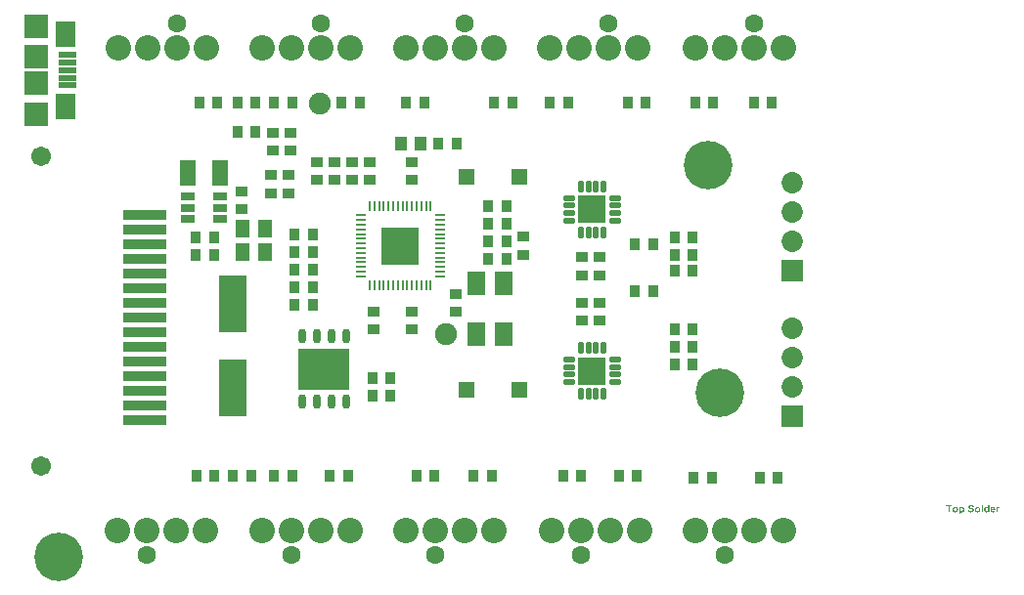
<source format=gts>
G04*
G04 #@! TF.GenerationSoftware,Altium Limited,Altium Designer,23.3.1 (30)*
G04*
G04 Layer_Color=8388736*
%FSLAX44Y44*%
%MOMM*%
G71*
G04*
G04 #@! TF.SameCoordinates,3FD81306-C8D3-46B1-8163-1FBD848DCD1C*
G04*
G04*
G04 #@! TF.FilePolarity,Negative*
G04*
G01*
G75*
%ADD40R,0.9032X1.1032*%
%ADD41R,1.4332X2.2232*%
%ADD42R,1.1032X0.9032*%
%ADD43R,1.2032X1.5032*%
%ADD44R,1.8032X2.3032*%
%ADD45R,2.1032X2.0032*%
%ADD46R,1.5532X0.6032*%
%ADD47R,1.2532X0.8032*%
%ADD48R,3.7032X0.9032*%
%ADD49C,1.9000*%
%ADD50R,0.8450X0.1700*%
%ADD51R,0.1700X0.8450*%
%ADD52R,3.2004X3.2004*%
%ADD53R,1.6032X2.0032*%
%ADD54R,1.4032X1.4032*%
%ADD55R,2.3532X2.3532*%
G04:AMPARAMS|DCode=56|XSize=1.0032mm|YSize=0.5532mm|CornerRadius=0.2329mm|HoleSize=0mm|Usage=FLASHONLY|Rotation=0.000|XOffset=0mm|YOffset=0mm|HoleType=Round|Shape=RoundedRectangle|*
%AMROUNDEDRECTD56*
21,1,1.0032,0.0875,0,0,0.0*
21,1,0.5375,0.5532,0,0,0.0*
1,1,0.4657,0.2688,-0.0438*
1,1,0.4657,-0.2688,-0.0438*
1,1,0.4657,-0.2688,0.0438*
1,1,0.4657,0.2688,0.0438*
%
%ADD56ROUNDEDRECTD56*%
G04:AMPARAMS|DCode=57|XSize=1.0032mm|YSize=0.5532mm|CornerRadius=0.2329mm|HoleSize=0mm|Usage=FLASHONLY|Rotation=270.000|XOffset=0mm|YOffset=0mm|HoleType=Round|Shape=RoundedRectangle|*
%AMROUNDEDRECTD57*
21,1,1.0032,0.0875,0,0,270.0*
21,1,0.5375,0.5532,0,0,270.0*
1,1,0.4657,-0.0438,-0.2688*
1,1,0.4657,-0.0438,0.2688*
1,1,0.4657,0.0438,0.2688*
1,1,0.4657,0.0438,-0.2688*
%
%ADD57ROUNDEDRECTD57*%
%ADD58R,2.4032X5.0032*%
G04:AMPARAMS|DCode=59|XSize=1.2432mm|YSize=0.6432mm|CornerRadius=0.2556mm|HoleSize=0mm|Usage=FLASHONLY|Rotation=90.000|XOffset=0mm|YOffset=0mm|HoleType=Round|Shape=RoundedRectangle|*
%AMROUNDEDRECTD59*
21,1,1.2432,0.1320,0,0,90.0*
21,1,0.7320,0.6432,0,0,90.0*
1,1,0.5112,0.0660,0.3660*
1,1,0.5112,0.0660,-0.3660*
1,1,0.5112,-0.0660,-0.3660*
1,1,0.5112,-0.0660,0.3660*
%
%ADD59ROUNDEDRECTD59*%
%ADD60R,4.5032X3.6032*%
%ADD61R,1.0532X1.1532*%
%ADD62C,1.8532*%
%ADD63R,1.8532X1.8532*%
%ADD64C,4.2032*%
%ADD65C,1.7032*%
%ADD66C,1.6032*%
%ADD67C,2.2032*%
G36*
X170198Y380098D02*
X170302Y380091D01*
X170413Y380077D01*
X170545Y380064D01*
X170683Y380036D01*
X170822Y380008D01*
X170975Y379973D01*
X171127Y379932D01*
X171273Y379883D01*
X171418Y379821D01*
X171564Y379745D01*
X171696Y379668D01*
X171814Y379571D01*
X171821Y379564D01*
X171842Y379550D01*
X171869Y379516D01*
X171911Y379474D01*
X171959Y379426D01*
X172008Y379356D01*
X172063Y379280D01*
X172126Y379197D01*
X172181Y379100D01*
X172237Y378996D01*
X172292Y378878D01*
X172341Y378753D01*
X172389Y378621D01*
X172424Y378476D01*
X172445Y378323D01*
X172459Y378164D01*
X171169Y378115D01*
Y378122D01*
X171162Y378136D01*
Y378164D01*
X171155Y378191D01*
X171141Y378233D01*
X171127Y378282D01*
X171093Y378386D01*
X171044Y378496D01*
X170982Y378614D01*
X170905Y378725D01*
X170808Y378815D01*
X170795Y378822D01*
X170760Y378850D01*
X170697Y378885D01*
X170607Y378926D01*
X170489Y378968D01*
X170351Y379003D01*
X170184Y379030D01*
X169990Y379037D01*
X169900D01*
X169851Y379030D01*
X169796Y379023D01*
X169664Y379010D01*
X169526Y378982D01*
X169373Y378940D01*
X169234Y378878D01*
X169102Y378801D01*
X169096Y378795D01*
X169075Y378774D01*
X169040Y378739D01*
X169005Y378698D01*
X168964Y378642D01*
X168936Y378573D01*
X168908Y378496D01*
X168901Y378406D01*
Y378399D01*
Y378372D01*
X168908Y378323D01*
X168922Y378274D01*
X168950Y378212D01*
X168978Y378143D01*
X169026Y378080D01*
X169089Y378018D01*
X169102Y378011D01*
X169116Y377997D01*
X169144Y377983D01*
X169172Y377962D01*
X169214Y377942D01*
X169269Y377914D01*
X169331Y377886D01*
X169401Y377859D01*
X169484Y377824D01*
X169581Y377789D01*
X169692Y377755D01*
X169817Y377713D01*
X169955Y377671D01*
X170108Y377630D01*
X170274Y377588D01*
X170288D01*
X170316Y377581D01*
X170364Y377567D01*
X170427Y377553D01*
X170510Y377533D01*
X170593Y377505D01*
X170697Y377477D01*
X170801Y377449D01*
X171030Y377380D01*
X171259Y377304D01*
X171370Y377262D01*
X171481Y377220D01*
X171578Y377172D01*
X171668Y377130D01*
X171675D01*
X171689Y377117D01*
X171710Y377103D01*
X171744Y377089D01*
X171828Y377033D01*
X171932Y376964D01*
X172043Y376867D01*
X172160Y376756D01*
X172278Y376624D01*
X172382Y376479D01*
Y376472D01*
X172396Y376458D01*
X172403Y376437D01*
X172424Y376402D01*
X172445Y376361D01*
X172466Y376312D01*
X172486Y376257D01*
X172514Y376194D01*
X172535Y376125D01*
X172556Y376049D01*
X172597Y375875D01*
X172625Y375674D01*
X172639Y375459D01*
Y375452D01*
Y375438D01*
Y375404D01*
X172632Y375369D01*
Y375321D01*
X172625Y375258D01*
X172611Y375196D01*
X172597Y375126D01*
X172563Y374967D01*
X172507Y374794D01*
X172431Y374613D01*
X172382Y374516D01*
X172327Y374426D01*
Y374419D01*
X172313Y374405D01*
X172292Y374378D01*
X172271Y374350D01*
X172237Y374308D01*
X172202Y374260D01*
X172105Y374156D01*
X171980Y374045D01*
X171835Y373920D01*
X171661Y373809D01*
X171460Y373712D01*
X171453D01*
X171432Y373705D01*
X171405Y373691D01*
X171363Y373677D01*
X171308Y373656D01*
X171238Y373643D01*
X171162Y373622D01*
X171079Y373601D01*
X170982Y373573D01*
X170878Y373552D01*
X170760Y373539D01*
X170635Y373518D01*
X170510Y373504D01*
X170364Y373490D01*
X170219Y373483D01*
X170011D01*
X169949Y373490D01*
X169865D01*
X169768Y373497D01*
X169650Y373511D01*
X169519Y373531D01*
X169380Y373552D01*
X169227Y373580D01*
X169075Y373622D01*
X168922Y373663D01*
X168770Y373719D01*
X168617Y373781D01*
X168472Y373857D01*
X168333Y373941D01*
X168201Y374038D01*
X168194Y374045D01*
X168173Y374066D01*
X168139Y374100D01*
X168097Y374142D01*
X168048Y374204D01*
X167986Y374273D01*
X167924Y374357D01*
X167861Y374454D01*
X167792Y374565D01*
X167723Y374683D01*
X167660Y374821D01*
X167598Y374967D01*
X167542Y375126D01*
X167494Y375293D01*
X167452Y375480D01*
X167424Y375674D01*
X168680Y375799D01*
Y375792D01*
X168687Y375771D01*
X168693Y375737D01*
X168700Y375695D01*
X168714Y375639D01*
X168735Y375584D01*
X168777Y375445D01*
X168839Y375293D01*
X168922Y375133D01*
X169019Y374988D01*
X169075Y374925D01*
X169137Y374863D01*
X169144D01*
X169151Y374849D01*
X169172Y374835D01*
X169200Y374814D01*
X169234Y374794D01*
X169283Y374773D01*
X169331Y374745D01*
X169387Y374717D01*
X169526Y374662D01*
X169685Y374620D01*
X169872Y374585D01*
X170080Y374572D01*
X170143D01*
X170184Y374579D01*
X170240D01*
X170295Y374585D01*
X170434Y374606D01*
X170586Y374634D01*
X170746Y374683D01*
X170898Y374745D01*
X170968Y374787D01*
X171030Y374835D01*
X171037D01*
X171044Y374849D01*
X171079Y374884D01*
X171134Y374939D01*
X171190Y375009D01*
X171245Y375099D01*
X171301Y375210D01*
X171335Y375327D01*
X171349Y375390D01*
Y375452D01*
Y375459D01*
Y375494D01*
X171342Y375536D01*
X171335Y375584D01*
X171315Y375647D01*
X171294Y375716D01*
X171259Y375778D01*
X171210Y375841D01*
X171204Y375848D01*
X171183Y375868D01*
X171148Y375896D01*
X171106Y375938D01*
X171037Y375979D01*
X170961Y376028D01*
X170864Y376069D01*
X170746Y376118D01*
X170732Y376125D01*
X170718D01*
X170697Y376132D01*
X170670Y376139D01*
X170628Y376153D01*
X170586Y376166D01*
X170531Y376180D01*
X170469Y376201D01*
X170392Y376222D01*
X170309Y376243D01*
X170212Y376270D01*
X170108Y376298D01*
X169990Y376326D01*
X169858Y376361D01*
X169713Y376395D01*
X169699D01*
X169664Y376409D01*
X169616Y376423D01*
X169546Y376444D01*
X169456Y376465D01*
X169359Y376499D01*
X169255Y376534D01*
X169144Y376569D01*
X168901Y376666D01*
X168659Y376770D01*
X168548Y376832D01*
X168437Y376895D01*
X168340Y376957D01*
X168256Y377026D01*
X168250Y377033D01*
X168229Y377054D01*
X168201Y377082D01*
X168166Y377123D01*
X168118Y377172D01*
X168069Y377234D01*
X168014Y377304D01*
X167965Y377387D01*
X167910Y377477D01*
X167854Y377574D01*
X167806Y377685D01*
X167757Y377796D01*
X167723Y377914D01*
X167695Y378046D01*
X167674Y378177D01*
X167667Y378316D01*
Y378323D01*
Y378337D01*
Y378365D01*
X167674Y378399D01*
Y378441D01*
X167681Y378496D01*
X167702Y378614D01*
X167736Y378753D01*
X167785Y378913D01*
X167854Y379072D01*
X167945Y379231D01*
Y379238D01*
X167958Y379252D01*
X167972Y379273D01*
X167993Y379301D01*
X168062Y379377D01*
X168146Y379474D01*
X168263Y379578D01*
X168395Y379682D01*
X168562Y379786D01*
X168742Y379876D01*
X168749D01*
X168763Y379883D01*
X168797Y379897D01*
X168832Y379911D01*
X168888Y379932D01*
X168943Y379946D01*
X169012Y379967D01*
X169096Y379994D01*
X169186Y380015D01*
X169276Y380036D01*
X169380Y380050D01*
X169491Y380070D01*
X169616Y380084D01*
X169734Y380098D01*
X170004Y380105D01*
X170122D01*
X170198Y380098D01*
D02*
G37*
G36*
X185904Y373601D02*
X184767D01*
Y374273D01*
X184753Y374260D01*
X184739Y374239D01*
X184718Y374218D01*
X184656Y374142D01*
X184580Y374058D01*
X184476Y373961D01*
X184365Y373857D01*
X184233Y373767D01*
X184094Y373684D01*
X184087D01*
X184080Y373677D01*
X184053Y373670D01*
X184025Y373656D01*
X183949Y373622D01*
X183852Y373594D01*
X183734Y373559D01*
X183602Y373525D01*
X183463Y373504D01*
X183318Y373497D01*
X183283D01*
X183241Y373504D01*
X183186D01*
X183116Y373518D01*
X183033Y373531D01*
X182943Y373552D01*
X182846Y373580D01*
X182742Y373608D01*
X182631Y373649D01*
X182520Y373705D01*
X182402Y373767D01*
X182291Y373837D01*
X182174Y373927D01*
X182062Y374024D01*
X181952Y374135D01*
X181945Y374142D01*
X181931Y374162D01*
X181896Y374204D01*
X181861Y374253D01*
X181820Y374322D01*
X181771Y374398D01*
X181723Y374495D01*
X181667Y374599D01*
X181612Y374724D01*
X181563Y374856D01*
X181515Y375009D01*
X181473Y375168D01*
X181438Y375341D01*
X181411Y375529D01*
X181390Y375730D01*
X181383Y375938D01*
Y375952D01*
Y375993D01*
X181390Y376049D01*
Y376132D01*
X181397Y376229D01*
X181411Y376340D01*
X181432Y376472D01*
X181452Y376603D01*
X181480Y376749D01*
X181515Y376895D01*
X181563Y377040D01*
X181612Y377193D01*
X181674Y377338D01*
X181751Y377477D01*
X181834Y377609D01*
X181931Y377727D01*
X181938Y377734D01*
X181959Y377755D01*
X181986Y377782D01*
X182028Y377824D01*
X182083Y377872D01*
X182153Y377921D01*
X182229Y377976D01*
X182312Y378039D01*
X182409Y378094D01*
X182520Y378150D01*
X182631Y378198D01*
X182756Y378247D01*
X182888Y378288D01*
X183026Y378316D01*
X183179Y378337D01*
X183332Y378344D01*
X183366D01*
X183408Y378337D01*
X183463D01*
X183533Y378323D01*
X183609Y378309D01*
X183692Y378288D01*
X183789Y378261D01*
X183893Y378226D01*
X184004Y378184D01*
X184115Y378129D01*
X184226Y378066D01*
X184344Y377997D01*
X184455Y377907D01*
X184566Y377810D01*
X184677Y377692D01*
Y380001D01*
X185904D01*
Y373601D01*
D02*
G37*
G36*
X194336Y378337D02*
X194378Y378330D01*
X194482Y378316D01*
X194606Y378288D01*
X194745Y378247D01*
X194891Y378184D01*
X195036Y378108D01*
X194655Y377040D01*
X194641Y377047D01*
X194600Y377075D01*
X194544Y377103D01*
X194468Y377144D01*
X194378Y377179D01*
X194281Y377214D01*
X194184Y377234D01*
X194079Y377241D01*
X194038D01*
X193989Y377234D01*
X193927Y377220D01*
X193858Y377207D01*
X193788Y377179D01*
X193712Y377144D01*
X193643Y377096D01*
X193636Y377089D01*
X193615Y377068D01*
X193580Y377033D01*
X193539Y376978D01*
X193497Y376908D01*
X193449Y376818D01*
X193400Y376714D01*
X193358Y376583D01*
Y376576D01*
X193351Y376562D01*
Y376541D01*
X193344Y376506D01*
X193337Y376465D01*
X193331Y376402D01*
X193317Y376333D01*
X193310Y376250D01*
X193303Y376153D01*
X193289Y376042D01*
X193282Y375917D01*
X193275Y375771D01*
X193268Y375612D01*
Y375438D01*
X193261Y375244D01*
Y375029D01*
Y373601D01*
X192034D01*
Y378240D01*
X193171D01*
Y377574D01*
X193178Y377581D01*
X193185Y377595D01*
X193199Y377616D01*
X193220Y377650D01*
X193275Y377734D01*
X193344Y377831D01*
X193428Y377935D01*
X193511Y378032D01*
X193601Y378122D01*
X193650Y378164D01*
X193691Y378191D01*
X193705Y378198D01*
X193733Y378212D01*
X193781Y378240D01*
X193844Y378268D01*
X193927Y378295D01*
X194017Y378323D01*
X194114Y378337D01*
X194225Y378344D01*
X194294D01*
X194336Y378337D01*
D02*
G37*
G36*
X162439D02*
X162501D01*
X162570Y378323D01*
X162647Y378309D01*
X162737Y378288D01*
X162841Y378268D01*
X162945Y378233D01*
X163056Y378191D01*
X163167Y378136D01*
X163285Y378073D01*
X163403Y378004D01*
X163514Y377914D01*
X163624Y377817D01*
X163735Y377706D01*
X163742Y377699D01*
X163763Y377678D01*
X163791Y377644D01*
X163826Y377588D01*
X163867Y377526D01*
X163916Y377449D01*
X163964Y377352D01*
X164020Y377248D01*
X164075Y377130D01*
X164124Y376999D01*
X164172Y376853D01*
X164214Y376693D01*
X164249Y376527D01*
X164283Y376347D01*
X164297Y376153D01*
X164304Y375945D01*
Y375931D01*
Y375896D01*
X164297Y375834D01*
Y375751D01*
X164290Y375653D01*
X164276Y375542D01*
X164256Y375418D01*
X164235Y375279D01*
X164200Y375140D01*
X164165Y374988D01*
X164117Y374842D01*
X164061Y374689D01*
X163999Y374544D01*
X163923Y374398D01*
X163832Y374260D01*
X163735Y374135D01*
X163729Y374128D01*
X163708Y374107D01*
X163680Y374079D01*
X163631Y374038D01*
X163576Y373989D01*
X163514Y373934D01*
X163437Y373878D01*
X163347Y373816D01*
X163257Y373753D01*
X163146Y373698D01*
X163035Y373643D01*
X162910Y373594D01*
X162785Y373559D01*
X162647Y373525D01*
X162508Y373504D01*
X162355Y373497D01*
X162293D01*
X162217Y373504D01*
X162120Y373518D01*
X162016Y373531D01*
X161898Y373559D01*
X161773Y373601D01*
X161655Y373649D01*
X161641Y373656D01*
X161600Y373677D01*
X161537Y373719D01*
X161454Y373774D01*
X161357Y373844D01*
X161246Y373934D01*
X161128Y374045D01*
X161003Y374170D01*
Y371840D01*
X159776D01*
Y378240D01*
X160920D01*
Y377560D01*
X160934Y377567D01*
X160962Y377609D01*
X161010Y377678D01*
X161080Y377755D01*
X161163Y377845D01*
X161267Y377942D01*
X161385Y378039D01*
X161516Y378122D01*
X161523D01*
X161537Y378129D01*
X161558Y378143D01*
X161586Y378157D01*
X161621Y378171D01*
X161662Y378191D01*
X161766Y378233D01*
X161891Y378274D01*
X162037Y378309D01*
X162196Y378337D01*
X162362Y378344D01*
X162397D01*
X162439Y378337D01*
D02*
G37*
G36*
X180405Y373601D02*
X179178D01*
Y380001D01*
X180405D01*
Y373601D01*
D02*
G37*
G36*
X153535Y378919D02*
X151649D01*
Y373601D01*
X150359D01*
Y378919D01*
X148459D01*
Y380001D01*
X153535D01*
Y378919D01*
D02*
G37*
G36*
X188976Y378337D02*
X189052Y378330D01*
X189135Y378323D01*
X189239Y378309D01*
X189350Y378288D01*
X189468Y378261D01*
X189600Y378219D01*
X189732Y378177D01*
X189863Y378122D01*
X190002Y378053D01*
X190134Y377976D01*
X190266Y377886D01*
X190390Y377775D01*
X190508Y377657D01*
X190515Y377650D01*
X190536Y377623D01*
X190564Y377588D01*
X190599Y377533D01*
X190647Y377456D01*
X190696Y377366D01*
X190751Y377262D01*
X190807Y377144D01*
X190862Y377006D01*
X190911Y376846D01*
X190959Y376680D01*
X191001Y376492D01*
X191035Y376284D01*
X191063Y376063D01*
X191084Y375827D01*
Y375570D01*
X188012D01*
Y375563D01*
Y375549D01*
Y375515D01*
X188019Y375480D01*
X188026Y375432D01*
X188033Y375376D01*
X188054Y375258D01*
X188088Y375120D01*
X188137Y374974D01*
X188206Y374835D01*
X188303Y374710D01*
X188310D01*
X188317Y374697D01*
X188352Y374662D01*
X188414Y374613D01*
X188498Y374565D01*
X188601Y374509D01*
X188726Y374461D01*
X188865Y374426D01*
X188941Y374419D01*
X189018Y374412D01*
X189066D01*
X189115Y374419D01*
X189184Y374433D01*
X189260Y374447D01*
X189336Y374475D01*
X189420Y374516D01*
X189496Y374565D01*
X189503Y374572D01*
X189531Y374593D01*
X189565Y374634D01*
X189607Y374689D01*
X189662Y374759D01*
X189711Y374849D01*
X189760Y374953D01*
X189801Y375078D01*
X191021Y374870D01*
Y374863D01*
X191008Y374842D01*
X190994Y374807D01*
X190980Y374759D01*
X190952Y374703D01*
X190917Y374641D01*
X190883Y374565D01*
X190841Y374488D01*
X190737Y374322D01*
X190606Y374156D01*
X190453Y373989D01*
X190363Y373913D01*
X190273Y373844D01*
X190266Y373837D01*
X190252Y373830D01*
X190224Y373809D01*
X190182Y373788D01*
X190134Y373760D01*
X190072Y373733D01*
X190002Y373705D01*
X189926Y373670D01*
X189836Y373635D01*
X189739Y373608D01*
X189635Y373580D01*
X189524Y373552D01*
X189406Y373531D01*
X189274Y373511D01*
X189142Y373504D01*
X189004Y373497D01*
X188948D01*
X188886Y373504D01*
X188803Y373511D01*
X188706Y373518D01*
X188588Y373539D01*
X188463Y373559D01*
X188324Y373594D01*
X188179Y373635D01*
X188033Y373691D01*
X187887Y373753D01*
X187735Y373830D01*
X187596Y373920D01*
X187457Y374024D01*
X187332Y374142D01*
X187215Y374280D01*
X187208Y374287D01*
X187194Y374308D01*
X187173Y374343D01*
X187145Y374398D01*
X187111Y374461D01*
X187069Y374530D01*
X187027Y374620D01*
X186986Y374717D01*
X186944Y374828D01*
X186903Y374953D01*
X186861Y375085D01*
X186826Y375224D01*
X186799Y375376D01*
X186778Y375536D01*
X186764Y375709D01*
X186757Y375882D01*
Y375896D01*
Y375931D01*
X186764Y375993D01*
Y376069D01*
X186778Y376166D01*
X186792Y376284D01*
X186805Y376402D01*
X186833Y376541D01*
X186861Y376680D01*
X186903Y376825D01*
X186951Y376978D01*
X187007Y377130D01*
X187076Y377276D01*
X187159Y377422D01*
X187249Y377560D01*
X187353Y377685D01*
X187360Y377692D01*
X187381Y377713D01*
X187416Y377747D01*
X187464Y377789D01*
X187520Y377838D01*
X187596Y377893D01*
X187679Y377956D01*
X187769Y378018D01*
X187873Y378073D01*
X187991Y378136D01*
X188116Y378191D01*
X188255Y378240D01*
X188393Y378282D01*
X188546Y378316D01*
X188712Y378337D01*
X188879Y378344D01*
X188927D01*
X188976Y378337D01*
D02*
G37*
G36*
X175919D02*
X175988Y378330D01*
X176078Y378323D01*
X176182Y378309D01*
X176300Y378288D01*
X176425Y378261D01*
X176557Y378219D01*
X176695Y378177D01*
X176841Y378122D01*
X176980Y378053D01*
X177125Y377976D01*
X177271Y377886D01*
X177403Y377775D01*
X177535Y377657D01*
X177541Y377650D01*
X177562Y377623D01*
X177597Y377588D01*
X177638Y377533D01*
X177694Y377463D01*
X177750Y377387D01*
X177805Y377290D01*
X177874Y377186D01*
X177937Y377068D01*
X177992Y376936D01*
X178055Y376791D01*
X178103Y376638D01*
X178145Y376479D01*
X178179Y376305D01*
X178200Y376125D01*
X178207Y375931D01*
Y375917D01*
Y375882D01*
X178200Y375827D01*
Y375757D01*
X178186Y375667D01*
X178172Y375563D01*
X178152Y375445D01*
X178124Y375321D01*
X178089Y375182D01*
X178041Y375043D01*
X177985Y374898D01*
X177923Y374752D01*
X177840Y374599D01*
X177750Y374461D01*
X177645Y374315D01*
X177528Y374183D01*
X177521Y374176D01*
X177500Y374156D01*
X177458Y374121D01*
X177403Y374079D01*
X177340Y374024D01*
X177257Y373968D01*
X177167Y373906D01*
X177063Y373844D01*
X176945Y373774D01*
X176813Y373712D01*
X176675Y373656D01*
X176522Y373608D01*
X176363Y373559D01*
X176189Y373525D01*
X176009Y373504D01*
X175822Y373497D01*
X175759D01*
X175711Y373504D01*
X175655D01*
X175593Y373511D01*
X175517Y373518D01*
X175433Y373531D01*
X175246Y373566D01*
X175038Y373615D01*
X174823Y373684D01*
X174608Y373781D01*
X174601Y373788D01*
X174580Y373795D01*
X174553Y373809D01*
X174511Y373837D01*
X174463Y373864D01*
X174414Y373906D01*
X174282Y373996D01*
X174144Y374114D01*
X173998Y374260D01*
X173859Y374433D01*
X173735Y374627D01*
Y374634D01*
X173721Y374655D01*
X173707Y374683D01*
X173686Y374724D01*
X173665Y374780D01*
X173638Y374842D01*
X173617Y374918D01*
X173589Y375002D01*
X173561Y375099D01*
X173533Y375203D01*
X173506Y375314D01*
X173485Y375432D01*
X173464Y375556D01*
X173450Y375695D01*
X173443Y375834D01*
X173436Y375979D01*
Y375986D01*
Y376007D01*
Y376042D01*
X173443Y376083D01*
Y376139D01*
X173450Y376208D01*
X173464Y376278D01*
X173471Y376361D01*
X173513Y376541D01*
X173561Y376742D01*
X173638Y376950D01*
X173679Y377061D01*
X173735Y377165D01*
X173741Y377172D01*
X173748Y377193D01*
X173769Y377220D01*
X173790Y377262D01*
X173818Y377311D01*
X173859Y377366D01*
X173950Y377491D01*
X174074Y377630D01*
X174220Y377775D01*
X174386Y377914D01*
X174580Y378039D01*
X174587Y378046D01*
X174608Y378053D01*
X174636Y378066D01*
X174678Y378087D01*
X174733Y378108D01*
X174795Y378136D01*
X174865Y378164D01*
X174941Y378191D01*
X175031Y378219D01*
X175128Y378247D01*
X175336Y378295D01*
X175565Y378330D01*
X175690Y378344D01*
X175863D01*
X175919Y378337D01*
D02*
G37*
G36*
X156559D02*
X156628Y378330D01*
X156718Y378323D01*
X156822Y378309D01*
X156940Y378288D01*
X157065Y378261D01*
X157197Y378219D01*
X157335Y378177D01*
X157481Y378122D01*
X157619Y378053D01*
X157765Y377976D01*
X157911Y377886D01*
X158042Y377775D01*
X158174Y377657D01*
X158181Y377650D01*
X158202Y377623D01*
X158237Y377588D01*
X158278Y377533D01*
X158334Y377463D01*
X158389Y377387D01*
X158445Y377290D01*
X158514Y377186D01*
X158576Y377068D01*
X158632Y376936D01*
X158694Y376791D01*
X158743Y376638D01*
X158784Y376479D01*
X158819Y376305D01*
X158840Y376125D01*
X158847Y375931D01*
Y375917D01*
Y375882D01*
X158840Y375827D01*
Y375757D01*
X158826Y375667D01*
X158812Y375563D01*
X158791Y375445D01*
X158764Y375321D01*
X158729Y375182D01*
X158680Y375043D01*
X158625Y374898D01*
X158562Y374752D01*
X158479Y374599D01*
X158389Y374461D01*
X158285Y374315D01*
X158167Y374183D01*
X158160Y374176D01*
X158139Y374156D01*
X158098Y374121D01*
X158042Y374079D01*
X157980Y374024D01*
X157897Y373968D01*
X157807Y373906D01*
X157703Y373844D01*
X157585Y373774D01*
X157453Y373712D01*
X157314Y373656D01*
X157162Y373608D01*
X157002Y373559D01*
X156829Y373525D01*
X156649Y373504D01*
X156461Y373497D01*
X156399D01*
X156350Y373504D01*
X156295D01*
X156233Y373511D01*
X156156Y373518D01*
X156073Y373531D01*
X155886Y373566D01*
X155678Y373615D01*
X155463Y373684D01*
X155248Y373781D01*
X155241Y373788D01*
X155220Y373795D01*
X155192Y373809D01*
X155151Y373837D01*
X155102Y373864D01*
X155054Y373906D01*
X154922Y373996D01*
X154783Y374114D01*
X154638Y374260D01*
X154499Y374433D01*
X154374Y374627D01*
Y374634D01*
X154360Y374655D01*
X154347Y374683D01*
X154326Y374724D01*
X154305Y374780D01*
X154277Y374842D01*
X154256Y374918D01*
X154229Y375002D01*
X154201Y375099D01*
X154173Y375203D01*
X154145Y375314D01*
X154125Y375432D01*
X154104Y375556D01*
X154090Y375695D01*
X154083Y375834D01*
X154076Y375979D01*
Y375986D01*
Y376007D01*
Y376042D01*
X154083Y376083D01*
Y376139D01*
X154090Y376208D01*
X154104Y376278D01*
X154111Y376361D01*
X154152Y376541D01*
X154201Y376742D01*
X154277Y376950D01*
X154319Y377061D01*
X154374Y377165D01*
X154381Y377172D01*
X154388Y377193D01*
X154409Y377220D01*
X154430Y377262D01*
X154458Y377311D01*
X154499Y377366D01*
X154589Y377491D01*
X154714Y377630D01*
X154860Y377775D01*
X155026Y377914D01*
X155220Y378039D01*
X155227Y378046D01*
X155248Y378053D01*
X155276Y378066D01*
X155317Y378087D01*
X155373Y378108D01*
X155435Y378136D01*
X155505Y378164D01*
X155581Y378191D01*
X155671Y378219D01*
X155768Y378247D01*
X155976Y378295D01*
X156205Y378330D01*
X156330Y378344D01*
X156503D01*
X156559Y378337D01*
D02*
G37*
%LPC*%
G36*
X183657Y377408D02*
X183616D01*
X183588Y377401D01*
X183505Y377387D01*
X183401Y377366D01*
X183290Y377324D01*
X183165Y377262D01*
X183103Y377220D01*
X183047Y377172D01*
X182985Y377117D01*
X182929Y377054D01*
Y377047D01*
X182915Y377040D01*
X182902Y377019D01*
X182881Y376992D01*
X182860Y376950D01*
X182839Y376908D01*
X182811Y376853D01*
X182784Y376797D01*
X182756Y376728D01*
X182728Y376652D01*
X182707Y376562D01*
X182687Y376472D01*
X182666Y376375D01*
X182652Y376264D01*
X182645Y376146D01*
X182638Y376021D01*
Y376014D01*
Y375986D01*
Y375952D01*
Y375903D01*
X182645Y375841D01*
X182652Y375771D01*
Y375688D01*
X182666Y375612D01*
X182687Y375432D01*
X182721Y375258D01*
X182770Y375085D01*
X182805Y375015D01*
X182839Y374946D01*
X182846Y374939D01*
X182853Y374925D01*
X182874Y374905D01*
X182895Y374870D01*
X182964Y374794D01*
X183054Y374710D01*
X183172Y374620D01*
X183311Y374544D01*
X183394Y374509D01*
X183477Y374488D01*
X183567Y374475D01*
X183664Y374468D01*
X183706D01*
X183734Y374475D01*
X183817Y374488D01*
X183914Y374509D01*
X184025Y374551D01*
X184150Y374620D01*
X184205Y374655D01*
X184268Y374703D01*
X184330Y374759D01*
X184386Y374821D01*
X184392Y374828D01*
X184399Y374835D01*
X184413Y374863D01*
X184434Y374891D01*
X184455Y374925D01*
X184483Y374974D01*
X184510Y375029D01*
X184538Y375092D01*
X184566Y375161D01*
X184587Y375244D01*
X184614Y375334D01*
X184635Y375432D01*
X184656Y375536D01*
X184670Y375647D01*
X184684Y375771D01*
Y375903D01*
Y375910D01*
Y375938D01*
Y375979D01*
X184677Y376035D01*
Y376097D01*
X184670Y376174D01*
X184663Y376257D01*
X184649Y376347D01*
X184614Y376534D01*
X184559Y376728D01*
X184489Y376902D01*
X184441Y376985D01*
X184392Y377054D01*
Y377061D01*
X184379Y377068D01*
X184344Y377110D01*
X184282Y377165D01*
X184191Y377234D01*
X184087Y377297D01*
X183962Y377352D01*
X183817Y377394D01*
X183741Y377401D01*
X183657Y377408D01*
D02*
G37*
G36*
X162023Y377373D02*
X161981D01*
X161946Y377366D01*
X161912Y377359D01*
X161863Y377352D01*
X161759Y377332D01*
X161641Y377290D01*
X161516Y377228D01*
X161454Y377186D01*
X161392Y377137D01*
X161329Y377082D01*
X161274Y377019D01*
Y377012D01*
X161260Y377006D01*
X161246Y376985D01*
X161225Y376957D01*
X161204Y376915D01*
X161184Y376874D01*
X161156Y376818D01*
X161128Y376763D01*
X161100Y376693D01*
X161073Y376617D01*
X161052Y376534D01*
X161031Y376444D01*
X161010Y376340D01*
X160996Y376236D01*
X160989Y376118D01*
X160983Y375993D01*
Y375986D01*
Y375959D01*
Y375917D01*
X160989Y375868D01*
Y375799D01*
X160996Y375723D01*
X161010Y375647D01*
X161024Y375556D01*
X161059Y375369D01*
X161114Y375175D01*
X161191Y374995D01*
X161232Y374911D01*
X161288Y374835D01*
X161295Y374828D01*
X161301Y374821D01*
X161343Y374780D01*
X161413Y374717D01*
X161503Y374655D01*
X161614Y374585D01*
X161738Y374523D01*
X161891Y374482D01*
X161967Y374475D01*
X162050Y374468D01*
X162092D01*
X162120Y374475D01*
X162196Y374488D01*
X162300Y374509D01*
X162411Y374551D01*
X162529Y374613D01*
X162584Y374648D01*
X162647Y374697D01*
X162702Y374745D01*
X162758Y374807D01*
X162765Y374814D01*
X162772Y374821D01*
X162785Y374842D01*
X162806Y374870D01*
X162827Y374911D01*
X162848Y374953D01*
X162876Y375009D01*
X162903Y375078D01*
X162931Y375147D01*
X162959Y375230D01*
X162980Y375321D01*
X163000Y375425D01*
X163021Y375536D01*
X163035Y375660D01*
X163049Y375792D01*
Y375931D01*
Y375938D01*
Y375965D01*
Y376000D01*
X163042Y376049D01*
Y376111D01*
X163035Y376180D01*
X163021Y376257D01*
X163014Y376340D01*
X162980Y376513D01*
X162924Y376693D01*
X162848Y376867D01*
X162806Y376943D01*
X162751Y377012D01*
Y377019D01*
X162737Y377026D01*
X162695Y377068D01*
X162633Y377123D01*
X162550Y377193D01*
X162446Y377262D01*
X162321Y377318D01*
X162182Y377359D01*
X162106Y377366D01*
X162023Y377373D01*
D02*
G37*
G36*
X188948Y377408D02*
X188907D01*
X188879Y377401D01*
X188810Y377394D01*
X188712Y377373D01*
X188608Y377338D01*
X188498Y377283D01*
X188393Y377207D01*
X188338Y377165D01*
X188289Y377110D01*
X188276Y377096D01*
X188248Y377054D01*
X188206Y376992D01*
X188158Y376902D01*
X188109Y376791D01*
X188067Y376652D01*
X188040Y376499D01*
X188033Y376319D01*
X189863D01*
Y376326D01*
Y376340D01*
Y376368D01*
X189857Y376409D01*
X189850Y376451D01*
X189843Y376499D01*
X189822Y376617D01*
X189787Y376749D01*
X189739Y376881D01*
X189676Y377012D01*
X189586Y377123D01*
X189572Y377137D01*
X189538Y377165D01*
X189482Y377214D01*
X189406Y377269D01*
X189316Y377318D01*
X189205Y377366D01*
X189080Y377394D01*
X188948Y377408D01*
D02*
G37*
G36*
X175815Y377345D02*
X175766D01*
X175739Y377338D01*
X175697Y377332D01*
X175648Y377324D01*
X175537Y377297D01*
X175406Y377255D01*
X175274Y377193D01*
X175205Y377151D01*
X175142Y377103D01*
X175073Y377040D01*
X175010Y376978D01*
Y376971D01*
X174997Y376964D01*
X174983Y376936D01*
X174962Y376908D01*
X174934Y376874D01*
X174906Y376825D01*
X174879Y376770D01*
X174851Y376707D01*
X174823Y376638D01*
X174795Y376555D01*
X174768Y376472D01*
X174740Y376375D01*
X174719Y376270D01*
X174705Y376160D01*
X174698Y376042D01*
X174692Y375917D01*
Y375910D01*
Y375889D01*
Y375848D01*
X174698Y375806D01*
Y375743D01*
X174705Y375681D01*
X174719Y375605D01*
X174733Y375522D01*
X174768Y375355D01*
X174823Y375175D01*
X174906Y375009D01*
X174955Y374925D01*
X175010Y374856D01*
X175017Y374849D01*
X175024Y374842D01*
X175045Y374821D01*
X175066Y374800D01*
X175142Y374745D01*
X175232Y374676D01*
X175350Y374606D01*
X175489Y374551D01*
X175641Y374509D01*
X175725Y374502D01*
X175815Y374495D01*
X175863D01*
X175898Y374502D01*
X175933Y374509D01*
X175981Y374516D01*
X176092Y374544D01*
X176224Y374585D01*
X176356Y374648D01*
X176425Y374689D01*
X176494Y374738D01*
X176557Y374794D01*
X176619Y374856D01*
X176626Y374863D01*
X176633Y374877D01*
X176647Y374898D01*
X176668Y374925D01*
X176695Y374960D01*
X176723Y375009D01*
X176751Y375064D01*
X176786Y375126D01*
X176813Y375196D01*
X176841Y375279D01*
X176869Y375369D01*
X176896Y375459D01*
X176917Y375563D01*
X176931Y375674D01*
X176945Y375799D01*
Y375924D01*
Y375931D01*
Y375952D01*
Y375993D01*
X176938Y376035D01*
Y376097D01*
X176931Y376160D01*
X176917Y376236D01*
X176903Y376312D01*
X176869Y376485D01*
X176806Y376659D01*
X176730Y376825D01*
X176675Y376908D01*
X176619Y376978D01*
X176612Y376985D01*
X176605Y376992D01*
X176584Y377012D01*
X176564Y377033D01*
X176494Y377096D01*
X176397Y377165D01*
X176279Y377228D01*
X176141Y377290D01*
X175988Y377332D01*
X175905Y377338D01*
X175815Y377345D01*
D02*
G37*
G36*
X156454D02*
X156406D01*
X156378Y377338D01*
X156337Y377332D01*
X156288Y377324D01*
X156177Y377297D01*
X156045Y377255D01*
X155914Y377193D01*
X155844Y377151D01*
X155782Y377103D01*
X155713Y377040D01*
X155650Y376978D01*
Y376971D01*
X155636Y376964D01*
X155622Y376936D01*
X155602Y376908D01*
X155574Y376874D01*
X155546Y376825D01*
X155518Y376770D01*
X155491Y376707D01*
X155463Y376638D01*
X155435Y376555D01*
X155407Y376472D01*
X155380Y376375D01*
X155359Y376270D01*
X155345Y376160D01*
X155338Y376042D01*
X155331Y375917D01*
Y375910D01*
Y375889D01*
Y375848D01*
X155338Y375806D01*
Y375743D01*
X155345Y375681D01*
X155359Y375605D01*
X155373Y375522D01*
X155407Y375355D01*
X155463Y375175D01*
X155546Y375009D01*
X155595Y374925D01*
X155650Y374856D01*
X155657Y374849D01*
X155664Y374842D01*
X155685Y374821D01*
X155706Y374800D01*
X155782Y374745D01*
X155872Y374676D01*
X155990Y374606D01*
X156129Y374551D01*
X156281Y374509D01*
X156364Y374502D01*
X156454Y374495D01*
X156503D01*
X156538Y374502D01*
X156572Y374509D01*
X156621Y374516D01*
X156732Y374544D01*
X156864Y374585D01*
X156995Y374648D01*
X157065Y374689D01*
X157134Y374738D01*
X157197Y374794D01*
X157259Y374856D01*
X157266Y374863D01*
X157273Y374877D01*
X157287Y374898D01*
X157307Y374925D01*
X157335Y374960D01*
X157363Y375009D01*
X157391Y375064D01*
X157425Y375126D01*
X157453Y375196D01*
X157481Y375279D01*
X157508Y375369D01*
X157536Y375459D01*
X157557Y375563D01*
X157571Y375674D01*
X157585Y375799D01*
Y375924D01*
Y375931D01*
Y375952D01*
Y375993D01*
X157578Y376035D01*
Y376097D01*
X157571Y376160D01*
X157557Y376236D01*
X157543Y376312D01*
X157508Y376485D01*
X157446Y376659D01*
X157370Y376825D01*
X157314Y376908D01*
X157259Y376978D01*
X157252Y376985D01*
X157245Y376992D01*
X157224Y377012D01*
X157203Y377033D01*
X157134Y377096D01*
X157037Y377165D01*
X156919Y377228D01*
X156780Y377290D01*
X156628Y377332D01*
X156545Y377338D01*
X156454Y377345D01*
D02*
G37*
%LPD*%
D40*
X-70840Y612140D02*
D03*
X-86640D02*
D03*
X-70840Y596900D02*
D03*
X-86640D02*
D03*
X-70840Y582930D02*
D03*
X-86640D02*
D03*
X-465100Y703580D02*
D03*
X-449300D02*
D03*
X-465100Y728980D02*
D03*
X-449300D02*
D03*
X-485450Y611560D02*
D03*
X-501250D02*
D03*
X-485450Y596580D02*
D03*
X-501250D02*
D03*
X-231922Y639105D02*
D03*
X-247722D02*
D03*
X-247722Y608625D02*
D03*
X-231922D02*
D03*
Y593386D02*
D03*
X-247722D02*
D03*
X-105130Y565150D02*
D03*
X-120930D02*
D03*
X-484860Y405130D02*
D03*
X-500660D02*
D03*
X-369290D02*
D03*
X-385090D02*
D03*
X-244830D02*
D03*
X-260630D02*
D03*
X-119100D02*
D03*
X-134900D02*
D03*
X2820Y403860D02*
D03*
X-12980D02*
D03*
X-68860Y728980D02*
D03*
X-53060D02*
D03*
X-194590D02*
D03*
X-178790D02*
D03*
X-319050D02*
D03*
X-303250D02*
D03*
X-433350D02*
D03*
X-417550D02*
D03*
X-498120D02*
D03*
X-482320D02*
D03*
X-332460Y474980D02*
D03*
X-348260D02*
D03*
X-415570Y568960D02*
D03*
X-399770D02*
D03*
X-415570Y553720D02*
D03*
X-399770D02*
D03*
X-232176Y623866D02*
D03*
X-247976D02*
D03*
X-415570Y584200D02*
D03*
X-399770D02*
D03*
X-242850Y728980D02*
D03*
X-227050D02*
D03*
X-415570Y599440D02*
D03*
X-399770D02*
D03*
X-415570Y614680D02*
D03*
X-399770D02*
D03*
X-70840Y532130D02*
D03*
X-86640D02*
D03*
X-70840Y516890D02*
D03*
X-86640D02*
D03*
X-120930Y605790D02*
D03*
X-105130D02*
D03*
X-54330Y403860D02*
D03*
X-70130D02*
D03*
X-167360Y405130D02*
D03*
X-183160D02*
D03*
X-294360D02*
D03*
X-310160D02*
D03*
X-417550D02*
D03*
X-433350D02*
D03*
X-468910D02*
D03*
X-453110D02*
D03*
X-70840Y501650D02*
D03*
X-86640D02*
D03*
X-127280Y728980D02*
D03*
X-111480D02*
D03*
X-374930D02*
D03*
X-359130D02*
D03*
X-18060D02*
D03*
X-2260D02*
D03*
X-275310Y693420D02*
D03*
X-291110D02*
D03*
X-332460Y490220D02*
D03*
X-348260D02*
D03*
D41*
X-508380Y668020D02*
D03*
X-479680D02*
D03*
D42*
X-434340Y702590D02*
D03*
Y686790D02*
D03*
X-419100Y702590D02*
D03*
Y686790D02*
D03*
X-461010Y651790D02*
D03*
Y635990D02*
D03*
X-396240Y677190D02*
D03*
Y661390D02*
D03*
X-381000Y677190D02*
D03*
Y661390D02*
D03*
X-313690Y531850D02*
D03*
Y547650D02*
D03*
X-346710Y531850D02*
D03*
Y547650D02*
D03*
X-365760Y677190D02*
D03*
Y661390D02*
D03*
X-151130Y594640D02*
D03*
Y578840D02*
D03*
X-166370Y578840D02*
D03*
Y594640D02*
D03*
X-217170Y612420D02*
D03*
Y596620D02*
D03*
X-275590Y547090D02*
D03*
Y562890D02*
D03*
X-436269Y649937D02*
D03*
Y665737D02*
D03*
X-421029Y649937D02*
D03*
Y665737D02*
D03*
X-350520Y677190D02*
D03*
Y661390D02*
D03*
X-313690Y677190D02*
D03*
Y661390D02*
D03*
X-166370Y539470D02*
D03*
Y555270D02*
D03*
X-151130Y555270D02*
D03*
Y539470D02*
D03*
D43*
X-441150Y619760D02*
D03*
X-460550D02*
D03*
X-441150Y599440D02*
D03*
X-460550D02*
D03*
D44*
X-613390Y725270D02*
D03*
Y788270D02*
D03*
D45*
X-638890Y745270D02*
D03*
Y768270D02*
D03*
Y718770D02*
D03*
Y794770D02*
D03*
D46*
X-612140Y756770D02*
D03*
Y750270D02*
D03*
Y763270D02*
D03*
Y769770D02*
D03*
Y743770D02*
D03*
D47*
X-508280Y647040D02*
D03*
Y637540D02*
D03*
Y628040D02*
D03*
X-479780D02*
D03*
Y637540D02*
D03*
Y647040D02*
D03*
D48*
X-545000Y631370D02*
D03*
Y618670D02*
D03*
Y605970D02*
D03*
Y453570D02*
D03*
Y466270D02*
D03*
Y478970D02*
D03*
Y491670D02*
D03*
Y504370D02*
D03*
Y517070D02*
D03*
Y529770D02*
D03*
Y542470D02*
D03*
Y555170D02*
D03*
Y567870D02*
D03*
Y580570D02*
D03*
Y593270D02*
D03*
D49*
X-284805Y528290D02*
D03*
X-393700Y727710D02*
D03*
D50*
X-358449Y610616D02*
D03*
Y602488D02*
D03*
Y582168D02*
D03*
Y578104D02*
D03*
Y590296D02*
D03*
Y594360D02*
D03*
Y598424D02*
D03*
Y586232D02*
D03*
Y630936D02*
D03*
Y626872D02*
D03*
Y622808D02*
D03*
Y618744D02*
D03*
Y614680D02*
D03*
Y606552D02*
D03*
X-289759Y582168D02*
D03*
Y586232D02*
D03*
Y590296D02*
D03*
Y594360D02*
D03*
Y598424D02*
D03*
Y602488D02*
D03*
Y578104D02*
D03*
Y610616D02*
D03*
Y630936D02*
D03*
Y626872D02*
D03*
Y622808D02*
D03*
Y618744D02*
D03*
Y614680D02*
D03*
Y606552D02*
D03*
D51*
X-297688Y570175D02*
D03*
X-301752D02*
D03*
X-305816D02*
D03*
X-309880D02*
D03*
X-313944D02*
D03*
X-318008D02*
D03*
X-322072D02*
D03*
X-326136D02*
D03*
X-330200D02*
D03*
X-334264D02*
D03*
X-338328D02*
D03*
X-342392D02*
D03*
X-346456D02*
D03*
X-350520D02*
D03*
X-297688Y638865D02*
D03*
X-301752D02*
D03*
X-305816D02*
D03*
X-309880D02*
D03*
X-313944D02*
D03*
X-318008D02*
D03*
X-322072D02*
D03*
X-326136D02*
D03*
X-330200D02*
D03*
X-334264D02*
D03*
X-338328D02*
D03*
X-342392D02*
D03*
X-346456D02*
D03*
X-350520D02*
D03*
D52*
X-324104Y604520D02*
D03*
D53*
X-234380Y571910D02*
D03*
Y527910D02*
D03*
X-258380D02*
D03*
Y571910D02*
D03*
D54*
X-267040Y664210D02*
D03*
X-220640D02*
D03*
Y480060D02*
D03*
X-267040D02*
D03*
D55*
X-157890Y636270D02*
D03*
Y496160D02*
D03*
D56*
X-177890Y626520D02*
D03*
Y633020D02*
D03*
Y639520D02*
D03*
Y646020D02*
D03*
X-137890D02*
D03*
Y639520D02*
D03*
Y633020D02*
D03*
Y626520D02*
D03*
Y505910D02*
D03*
Y499410D02*
D03*
Y492910D02*
D03*
Y486410D02*
D03*
X-177890D02*
D03*
Y492910D02*
D03*
Y499410D02*
D03*
Y505910D02*
D03*
D57*
X-167640Y656270D02*
D03*
X-161140D02*
D03*
X-154640D02*
D03*
X-148140D02*
D03*
Y616270D02*
D03*
X-154640D02*
D03*
X-161140D02*
D03*
X-167640D02*
D03*
X-148140Y476160D02*
D03*
X-154640D02*
D03*
X-161140D02*
D03*
X-167640D02*
D03*
Y516160D02*
D03*
X-161140D02*
D03*
X-154640D02*
D03*
X-148140D02*
D03*
D58*
X-468630Y481660D02*
D03*
Y554660D02*
D03*
D59*
X-408940Y469390D02*
D03*
X-396240D02*
D03*
X-383540D02*
D03*
X-370840D02*
D03*
Y526290D02*
D03*
X-383540D02*
D03*
X-396240D02*
D03*
X-408940D02*
D03*
D60*
X-389890Y497840D02*
D03*
D61*
X-306460Y693420D02*
D03*
X-323460D02*
D03*
D62*
X15000Y533400D02*
D03*
Y508000D02*
D03*
Y482600D02*
D03*
X15240Y608330D02*
D03*
Y633730D02*
D03*
Y659130D02*
D03*
D63*
X15000Y457200D02*
D03*
X15240Y582930D02*
D03*
D64*
X-46990Y477520D02*
D03*
X-57150Y674370D02*
D03*
X-619760Y335280D02*
D03*
D65*
X-635000Y682320D02*
D03*
Y414020D02*
D03*
D66*
X-43180Y336540D02*
D03*
X-167640D02*
D03*
X-293370D02*
D03*
X-417830D02*
D03*
X-543720D02*
D03*
X-143510Y797570D02*
D03*
X-267970D02*
D03*
X-392430D02*
D03*
X-17780D02*
D03*
X-516890Y797290D02*
D03*
D67*
X-68580Y358140D02*
D03*
X-43180D02*
D03*
X-17780D02*
D03*
X7620D02*
D03*
X-193040D02*
D03*
X-167640D02*
D03*
X-142240D02*
D03*
X-116840D02*
D03*
X-242570D02*
D03*
X-267970D02*
D03*
X-293370D02*
D03*
X-318770D02*
D03*
X-443230D02*
D03*
X-417830D02*
D03*
X-392430D02*
D03*
X-367030D02*
D03*
X-492920D02*
D03*
X-518320D02*
D03*
X-543720D02*
D03*
X-569120D02*
D03*
X-194310Y775970D02*
D03*
X-168910D02*
D03*
X-143510D02*
D03*
X-118110D02*
D03*
X-242570D02*
D03*
X-267970D02*
D03*
X-293370D02*
D03*
X-318770D02*
D03*
X-443230D02*
D03*
X-417830D02*
D03*
X-392430D02*
D03*
X-367030D02*
D03*
X7620D02*
D03*
X-17780D02*
D03*
X-43180D02*
D03*
X-68580D02*
D03*
X-491490Y775690D02*
D03*
X-516890D02*
D03*
X-542290D02*
D03*
X-567690D02*
D03*
M02*

</source>
